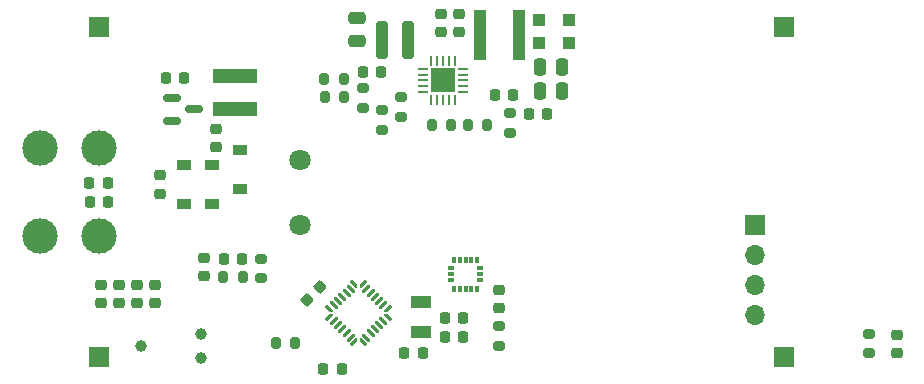
<source format=gbr>
%TF.GenerationSoftware,KiCad,Pcbnew,(6.0.2)*%
%TF.CreationDate,2022-04-10T10:34:04-06:00*%
%TF.ProjectId,SolarGPS,536f6c61-7247-4505-932e-6b696361645f,rev?*%
%TF.SameCoordinates,Original*%
%TF.FileFunction,Soldermask,Bot*%
%TF.FilePolarity,Negative*%
%FSLAX46Y46*%
G04 Gerber Fmt 4.6, Leading zero omitted, Abs format (unit mm)*
G04 Created by KiCad (PCBNEW (6.0.2)) date 2022-04-10 10:34:04*
%MOMM*%
%LPD*%
G01*
G04 APERTURE LIST*
G04 Aperture macros list*
%AMRoundRect*
0 Rectangle with rounded corners*
0 $1 Rounding radius*
0 $2 $3 $4 $5 $6 $7 $8 $9 X,Y pos of 4 corners*
0 Add a 4 corners polygon primitive as box body*
4,1,4,$2,$3,$4,$5,$6,$7,$8,$9,$2,$3,0*
0 Add four circle primitives for the rounded corners*
1,1,$1+$1,$2,$3*
1,1,$1+$1,$4,$5*
1,1,$1+$1,$6,$7*
1,1,$1+$1,$8,$9*
0 Add four rect primitives between the rounded corners*
20,1,$1+$1,$2,$3,$4,$5,0*
20,1,$1+$1,$4,$5,$6,$7,0*
20,1,$1+$1,$6,$7,$8,$9,0*
20,1,$1+$1,$8,$9,$2,$3,0*%
%AMFreePoly0*
4,1,17,0.364320,0.111820,0.377500,0.080000,0.377500,0.053642,0.377501,0.053640,0.369779,0.035000,0.364320,0.021820,0.364318,0.021819,0.230680,-0.111820,0.198860,-0.125000,-0.332500,-0.125000,-0.364320,-0.111820,-0.377500,-0.080000,-0.377500,0.080000,-0.364320,0.111820,-0.332500,0.125000,0.332500,0.125000,0.364320,0.111820,0.364320,0.111820,$1*%
%AMFreePoly1*
4,1,17,0.230680,0.111820,0.364318,-0.021819,0.364320,-0.021820,0.364320,-0.021821,0.377501,-0.053640,0.377500,-0.053642,0.377500,-0.080000,0.364320,-0.111820,0.332500,-0.125000,-0.332500,-0.125000,-0.364320,-0.111820,-0.377500,-0.080000,-0.377500,0.080000,-0.364320,0.111820,-0.332500,0.125000,0.198860,0.125000,0.230680,0.111820,0.230680,0.111820,$1*%
%AMFreePoly2*
4,1,17,0.111820,0.364320,0.125000,0.332500,0.125000,-0.332500,0.111820,-0.364320,0.080000,-0.377500,0.053642,-0.377500,0.053640,-0.377501,0.031140,-0.368181,0.021820,-0.364320,0.021819,-0.364318,-0.111820,-0.230680,-0.125000,-0.198860,-0.125000,0.332500,-0.111820,0.364320,-0.080000,0.377500,0.080000,0.377500,0.111820,0.364320,0.111820,0.364320,$1*%
%AMFreePoly3*
4,1,17,0.111820,0.364320,0.125000,0.332500,0.125000,-0.198858,0.125001,-0.198860,0.115681,-0.221360,0.111820,-0.230680,0.111818,-0.230681,-0.021820,-0.364320,-0.053640,-0.377500,-0.080000,-0.377500,-0.111820,-0.364320,-0.125000,-0.332500,-0.125000,0.332500,-0.111820,0.364320,-0.080000,0.377500,0.080000,0.377500,0.111820,0.364320,0.111820,0.364320,$1*%
%AMFreePoly4*
4,1,17,-0.198858,0.125000,0.332500,0.125000,0.364320,0.111820,0.377500,0.080000,0.377500,-0.080000,0.364320,-0.111820,0.332500,-0.125000,-0.332500,-0.125000,-0.364320,-0.111820,-0.377500,-0.080000,-0.377500,-0.053640,-0.364320,-0.021820,-0.230681,0.111818,-0.230680,0.111820,-0.221360,0.115681,-0.198860,0.125001,-0.198858,0.125000,-0.198858,0.125000,$1*%
%AMFreePoly5*
4,1,17,0.364320,0.111820,0.377500,0.080000,0.377500,-0.080000,0.364320,-0.111820,0.332500,-0.125000,-0.198858,-0.125000,-0.198860,-0.125001,-0.221360,-0.115681,-0.230680,-0.111820,-0.230681,-0.111818,-0.364320,0.021820,-0.377500,0.053640,-0.377500,0.080000,-0.364320,0.111820,-0.332500,0.125000,0.332500,0.125000,0.364320,0.111820,0.364320,0.111820,$1*%
%AMFreePoly6*
4,1,17,-0.021820,0.364320,0.111818,0.230681,0.111820,0.230680,0.111820,0.230679,0.125001,0.198860,0.125000,0.198858,0.125000,-0.332500,0.111820,-0.364320,0.080000,-0.377500,-0.080000,-0.377500,-0.111820,-0.364320,-0.125000,-0.332500,-0.125000,0.332500,-0.111820,0.364320,-0.080000,0.377500,-0.053640,0.377500,-0.021820,0.364320,-0.021820,0.364320,$1*%
%AMFreePoly7*
4,1,17,0.053642,0.377500,0.080000,0.377500,0.111820,0.364320,0.125000,0.332500,0.125000,-0.332500,0.111820,-0.364320,0.080000,-0.377500,-0.080000,-0.377500,-0.111820,-0.364320,-0.125000,-0.332500,-0.125000,0.198860,-0.111820,0.230680,0.021819,0.364318,0.021820,0.364320,0.031140,0.368181,0.053640,0.377501,0.053642,0.377500,0.053642,0.377500,$1*%
G04 Aperture macros list end*
%ADD10C,3.000000*%
%ADD11C,0.990600*%
%ADD12RoundRect,0.218750X0.218750X0.256250X-0.218750X0.256250X-0.218750X-0.256250X0.218750X-0.256250X0*%
%ADD13RoundRect,0.218750X0.256250X-0.218750X0.256250X0.218750X-0.256250X0.218750X-0.256250X-0.218750X0*%
%ADD14RoundRect,0.218750X-0.256250X0.218750X-0.256250X-0.218750X0.256250X-0.218750X0.256250X0.218750X0*%
%ADD15RoundRect,0.225000X-0.017678X0.335876X-0.335876X0.017678X0.017678X-0.335876X0.335876X-0.017678X0*%
%ADD16RoundRect,0.225000X0.250000X-0.225000X0.250000X0.225000X-0.250000X0.225000X-0.250000X-0.225000X0*%
%ADD17RoundRect,0.087500X0.087500X-0.187500X0.087500X0.187500X-0.087500X0.187500X-0.087500X-0.187500X0*%
%ADD18RoundRect,0.087500X0.187500X-0.087500X0.187500X0.087500X-0.187500X0.087500X-0.187500X-0.087500X0*%
%ADD19RoundRect,0.200000X-0.275000X0.200000X-0.275000X-0.200000X0.275000X-0.200000X0.275000X0.200000X0*%
%ADD20RoundRect,0.200000X-0.200000X-0.275000X0.200000X-0.275000X0.200000X0.275000X-0.200000X0.275000X0*%
%ADD21RoundRect,0.225000X-0.225000X-0.250000X0.225000X-0.250000X0.225000X0.250000X-0.225000X0.250000X0*%
%ADD22R,1.700000X1.700000*%
%ADD23RoundRect,0.062500X0.375000X0.062500X-0.375000X0.062500X-0.375000X-0.062500X0.375000X-0.062500X0*%
%ADD24RoundRect,0.062500X0.062500X0.375000X-0.062500X0.375000X-0.062500X-0.375000X0.062500X-0.375000X0*%
%ADD25R,2.000000X2.000000*%
%ADD26RoundRect,0.225000X-0.250000X0.225000X-0.250000X-0.225000X0.250000X-0.225000X0.250000X0.225000X0*%
%ADD27RoundRect,0.225000X0.225000X0.250000X-0.225000X0.250000X-0.225000X-0.250000X0.225000X-0.250000X0*%
%ADD28RoundRect,0.200000X0.275000X-0.200000X0.275000X0.200000X-0.275000X0.200000X-0.275000X-0.200000X0*%
%ADD29RoundRect,0.200000X0.200000X0.275000X-0.200000X0.275000X-0.200000X-0.275000X0.200000X-0.275000X0*%
%ADD30RoundRect,0.250000X0.250000X0.475000X-0.250000X0.475000X-0.250000X-0.475000X0.250000X-0.475000X0*%
%ADD31RoundRect,0.250000X-0.475000X0.250000X-0.475000X-0.250000X0.475000X-0.250000X0.475000X0.250000X0*%
%ADD32R,1.000000X1.000000*%
%ADD33R,1.000000X4.300000*%
%ADD34C,1.800000*%
%ADD35FreePoly0,135.000000*%
%ADD36RoundRect,0.062500X0.309359X-0.220971X-0.220971X0.309359X-0.309359X0.220971X0.220971X-0.309359X0*%
%ADD37FreePoly1,135.000000*%
%ADD38FreePoly2,135.000000*%
%ADD39RoundRect,0.062500X0.309359X0.220971X0.220971X0.309359X-0.309359X-0.220971X-0.220971X-0.309359X0*%
%ADD40FreePoly3,135.000000*%
%ADD41FreePoly4,135.000000*%
%ADD42FreePoly5,135.000000*%
%ADD43FreePoly6,135.000000*%
%ADD44FreePoly7,135.000000*%
%ADD45R,1.200000X0.900000*%
%ADD46O,1.700000X1.700000*%
%ADD47R,3.700000X1.200000*%
%ADD48RoundRect,0.150000X-0.587500X-0.150000X0.587500X-0.150000X0.587500X0.150000X-0.587500X0.150000X0*%
%ADD49RoundRect,0.250000X0.250000X1.350000X-0.250000X1.350000X-0.250000X-1.350000X0.250000X-1.350000X0*%
%ADD50R,1.800000X1.000000*%
G04 APERTURE END LIST*
D10*
%TO.C,J7*%
X57000000Y-62250000D03*
X52000000Y-62250000D03*
X52000000Y-69750000D03*
X57000000Y-69750000D03*
%TD*%
D11*
%TO.C,J4*%
X65640000Y-80066000D03*
X65640000Y-78034000D03*
X60560000Y-79050000D03*
%TD*%
D12*
%TO.C,R3*%
X64237500Y-56350000D03*
X62662500Y-56350000D03*
%TD*%
D13*
%TO.C,C5*%
X124550000Y-79637500D03*
X124550000Y-78062500D03*
%TD*%
D12*
%TO.C,C9*%
X57787500Y-65250000D03*
X56212500Y-65250000D03*
%TD*%
D14*
%TO.C,C20*%
X65925000Y-71550000D03*
X65925000Y-73125000D03*
%TD*%
D15*
%TO.C,C25*%
X75698008Y-74001992D03*
X74601992Y-75098008D03*
%TD*%
D16*
%TO.C,C26*%
X90850000Y-75850000D03*
X90850000Y-74300000D03*
%TD*%
D17*
%TO.C,U6*%
X89050000Y-74175000D03*
X88550000Y-74175000D03*
X88050000Y-74175000D03*
X87550000Y-74175000D03*
X87050000Y-74175000D03*
D18*
X86825000Y-73450000D03*
X86825000Y-72950000D03*
X86825000Y-72450000D03*
D17*
X87050000Y-71725000D03*
X87550000Y-71725000D03*
X88050000Y-71725000D03*
X88550000Y-71725000D03*
X89050000Y-71725000D03*
D18*
X89275000Y-72450000D03*
X89275000Y-72950000D03*
X89275000Y-73450000D03*
%TD*%
D19*
%TO.C,R7*%
X122250000Y-77975000D03*
X122250000Y-79625000D03*
%TD*%
D20*
%TO.C,ROUT2*%
X76075000Y-56400000D03*
X77725000Y-56400000D03*
%TD*%
D21*
%TO.C,C10*%
X86275000Y-78250000D03*
X87825000Y-78250000D03*
%TD*%
D22*
%TO.C,J2*%
X57000000Y-80000000D03*
%TD*%
D23*
%TO.C,U3*%
X87837500Y-55550000D03*
X87837500Y-56050000D03*
X87837500Y-56550000D03*
X87837500Y-57050000D03*
X87837500Y-57550000D03*
D24*
X87150000Y-58237500D03*
X86650000Y-58237500D03*
X86150000Y-58237500D03*
X85650000Y-58237500D03*
X85150000Y-58237500D03*
D23*
X84462500Y-57550000D03*
X84462500Y-57050000D03*
X84462500Y-56550000D03*
X84462500Y-56050000D03*
X84462500Y-55550000D03*
D24*
X85150000Y-54862500D03*
X85650000Y-54862500D03*
X86150000Y-54862500D03*
X86650000Y-54862500D03*
X87150000Y-54862500D03*
D25*
X86150000Y-56550000D03*
%TD*%
D26*
%TO.C,C27*%
X87500000Y-50925000D03*
X87500000Y-52475000D03*
%TD*%
D19*
%TO.C,ROK1*%
X80950000Y-59075000D03*
X80950000Y-60725000D03*
%TD*%
D27*
%TO.C,C14*%
X94975000Y-59350000D03*
X93425000Y-59350000D03*
%TD*%
D16*
%TO.C,C21*%
X58700000Y-75425000D03*
X58700000Y-73875000D03*
%TD*%
D28*
%TO.C,R12*%
X70700000Y-73275000D03*
X70700000Y-71625000D03*
%TD*%
D29*
%TO.C,ROV1*%
X86825000Y-60350000D03*
X85175000Y-60350000D03*
%TD*%
D22*
%TO.C,J3*%
X57000000Y-52000000D03*
%TD*%
D30*
%TO.C,C12*%
X96250000Y-55400000D03*
X94350000Y-55400000D03*
%TD*%
D21*
%TO.C,C13*%
X67575000Y-71625000D03*
X69125000Y-71625000D03*
%TD*%
D27*
%TO.C,C17*%
X92075000Y-57800000D03*
X90525000Y-57800000D03*
%TD*%
D26*
%TO.C,C3*%
X57150000Y-73875000D03*
X57150000Y-75425000D03*
%TD*%
%TO.C,C22*%
X66950000Y-60675000D03*
X66950000Y-62225000D03*
%TD*%
D31*
%TO.C,C19*%
X78850000Y-51300000D03*
X78850000Y-53200000D03*
%TD*%
D32*
%TO.C,D1*%
X94300000Y-53400000D03*
X96800000Y-53400000D03*
%TD*%
D33*
%TO.C,L2*%
X92575000Y-52700000D03*
X89275000Y-52700000D03*
%TD*%
D34*
%TO.C,C8*%
X74000000Y-68750000D03*
X74000000Y-63250000D03*
%TD*%
D35*
%TO.C,U1*%
X81473106Y-76601786D03*
D36*
X81077126Y-76912913D03*
X80723573Y-77266466D03*
X80370019Y-77620019D03*
X80016466Y-77973573D03*
X79662913Y-78327126D03*
D37*
X79351786Y-78723106D03*
D38*
X78648214Y-78723106D03*
D39*
X78337087Y-78327126D03*
X77983534Y-77973573D03*
X77629981Y-77620019D03*
X77276427Y-77266466D03*
X76922874Y-76912913D03*
D40*
X76526894Y-76601786D03*
D41*
X76526894Y-75898214D03*
D36*
X76922874Y-75587087D03*
X77276427Y-75233534D03*
X77629981Y-74879981D03*
X77983534Y-74526427D03*
X78337087Y-74172874D03*
D42*
X78648214Y-73776894D03*
D43*
X79351786Y-73776894D03*
D39*
X79662913Y-74172874D03*
X80016466Y-74526427D03*
X80370019Y-74879981D03*
X80723573Y-75233534D03*
X81077126Y-75587087D03*
D44*
X81473106Y-75898214D03*
%TD*%
D26*
%TO.C,C2*%
X60200000Y-73875000D03*
X60200000Y-75425000D03*
%TD*%
D28*
%TO.C,R4*%
X91800000Y-60975000D03*
X91800000Y-59325000D03*
%TD*%
D45*
%TO.C,D5*%
X64175000Y-63725000D03*
X64175000Y-67025000D03*
%TD*%
D29*
%TO.C,ROV2*%
X89875000Y-60350000D03*
X88225000Y-60350000D03*
%TD*%
D20*
%TO.C,ROK3*%
X76125000Y-57950000D03*
X77775000Y-57950000D03*
%TD*%
D27*
%TO.C,C16*%
X57775000Y-66800000D03*
X56225000Y-66800000D03*
%TD*%
D32*
%TO.C,D3*%
X94300000Y-51400000D03*
X96800000Y-51400000D03*
%TD*%
D45*
%TO.C,D4*%
X68925000Y-65775000D03*
X68925000Y-62475000D03*
%TD*%
D21*
%TO.C,C18*%
X76025000Y-81000000D03*
X77575000Y-81000000D03*
%TD*%
D26*
%TO.C,C6*%
X61775000Y-73875000D03*
X61775000Y-75425000D03*
%TD*%
D21*
%TO.C,C23*%
X79375000Y-55800000D03*
X80925000Y-55800000D03*
%TD*%
%TO.C,C11*%
X82875000Y-79600000D03*
X84425000Y-79600000D03*
%TD*%
D19*
%TO.C,ROK2*%
X82550000Y-57975000D03*
X82550000Y-59625000D03*
%TD*%
D22*
%TO.C,J6*%
X115000000Y-52000000D03*
%TD*%
D20*
%TO.C,R2*%
X72000000Y-78750000D03*
X73650000Y-78750000D03*
%TD*%
D21*
%TO.C,C4*%
X86275000Y-76700000D03*
X87825000Y-76700000D03*
%TD*%
D20*
%TO.C,R13*%
X67525000Y-73175000D03*
X69175000Y-73175000D03*
%TD*%
D22*
%TO.C,J5*%
X115000000Y-80000000D03*
%TD*%
%TO.C,J8*%
X112525000Y-68750000D03*
D46*
X112525000Y-71290000D03*
X112525000Y-73830000D03*
X112525000Y-76370000D03*
%TD*%
D30*
%TO.C,C24*%
X96250000Y-57450000D03*
X94350000Y-57450000D03*
%TD*%
D19*
%TO.C,R1*%
X90850000Y-77375000D03*
X90850000Y-79025000D03*
%TD*%
D45*
%TO.C,D6*%
X66550000Y-67050000D03*
X66550000Y-63750000D03*
%TD*%
D47*
%TO.C,L1*%
X68500000Y-56200000D03*
X68500000Y-59000000D03*
%TD*%
D48*
%TO.C,Q1*%
X63212500Y-59950000D03*
X63212500Y-58050000D03*
X65087500Y-59000000D03*
%TD*%
D26*
%TO.C,C7*%
X85950000Y-50925000D03*
X85950000Y-52475000D03*
%TD*%
D49*
%TO.C,L3*%
X83150000Y-53150000D03*
X80950000Y-53150000D03*
%TD*%
D50*
%TO.C,Y1*%
X84300000Y-77850000D03*
X84300000Y-75350000D03*
%TD*%
D19*
%TO.C,ROUT1*%
X79350000Y-57225000D03*
X79350000Y-58875000D03*
%TD*%
D26*
%TO.C,C15*%
X62150000Y-64575000D03*
X62150000Y-66125000D03*
%TD*%
M02*

</source>
